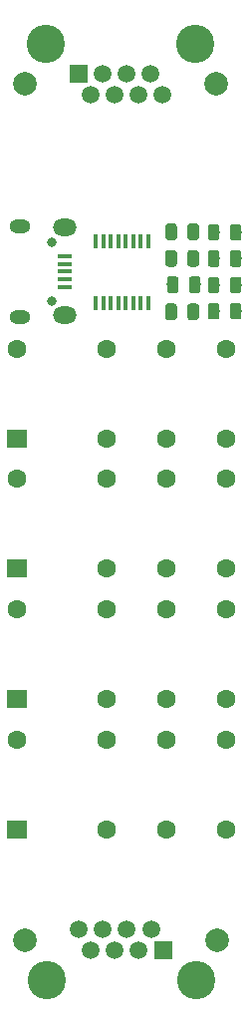
<source format=gts>
G04 #@! TF.GenerationSoftware,KiCad,Pcbnew,(5.1.4)-1*
G04 #@! TF.CreationDate,2020-09-12T21:49:09-05:00*
G04 #@! TF.ProjectId,NetworkBreaker,4e657477-6f72-46b4-9272-65616b65722e,rev?*
G04 #@! TF.SameCoordinates,Original*
G04 #@! TF.FileFunction,Soldermask,Top*
G04 #@! TF.FilePolarity,Negative*
%FSLAX46Y46*%
G04 Gerber Fmt 4.6, Leading zero omitted, Abs format (unit mm)*
G04 Created by KiCad (PCBNEW (5.1.4)-1) date 2020-09-12 21:49:09*
%MOMM*%
%LPD*%
G04 APERTURE LIST*
%ADD10C,0.150000*%
%ADD11C,0.975000*%
%ADD12C,1.600000*%
%ADD13R,1.800000X1.600000*%
%ADD14R,0.400000X1.200000*%
%ADD15O,0.800000X0.800000*%
%ADD16O,1.800000X1.150000*%
%ADD17O,2.000000X1.450000*%
%ADD18R,1.300000X0.450000*%
%ADD19C,2.000000*%
%ADD20C,3.250000*%
%ADD21C,1.500000*%
%ADD22R,1.500000X1.500000*%
G04 APERTURE END LIST*
D10*
G36*
X216755142Y-79191174D02*
G01*
X216778803Y-79194684D01*
X216802007Y-79200496D01*
X216824529Y-79208554D01*
X216846153Y-79218782D01*
X216866670Y-79231079D01*
X216885883Y-79245329D01*
X216903607Y-79261393D01*
X216919671Y-79279117D01*
X216933921Y-79298330D01*
X216946218Y-79318847D01*
X216956446Y-79340471D01*
X216964504Y-79362993D01*
X216970316Y-79386197D01*
X216973826Y-79409858D01*
X216975000Y-79433750D01*
X216975000Y-80346250D01*
X216973826Y-80370142D01*
X216970316Y-80393803D01*
X216964504Y-80417007D01*
X216956446Y-80439529D01*
X216946218Y-80461153D01*
X216933921Y-80481670D01*
X216919671Y-80500883D01*
X216903607Y-80518607D01*
X216885883Y-80534671D01*
X216866670Y-80548921D01*
X216846153Y-80561218D01*
X216824529Y-80571446D01*
X216802007Y-80579504D01*
X216778803Y-80585316D01*
X216755142Y-80588826D01*
X216731250Y-80590000D01*
X216243750Y-80590000D01*
X216219858Y-80588826D01*
X216196197Y-80585316D01*
X216172993Y-80579504D01*
X216150471Y-80571446D01*
X216128847Y-80561218D01*
X216108330Y-80548921D01*
X216089117Y-80534671D01*
X216071393Y-80518607D01*
X216055329Y-80500883D01*
X216041079Y-80481670D01*
X216028782Y-80461153D01*
X216018554Y-80439529D01*
X216010496Y-80417007D01*
X216004684Y-80393803D01*
X216001174Y-80370142D01*
X216000000Y-80346250D01*
X216000000Y-79433750D01*
X216001174Y-79409858D01*
X216004684Y-79386197D01*
X216010496Y-79362993D01*
X216018554Y-79340471D01*
X216028782Y-79318847D01*
X216041079Y-79298330D01*
X216055329Y-79279117D01*
X216071393Y-79261393D01*
X216089117Y-79245329D01*
X216108330Y-79231079D01*
X216128847Y-79218782D01*
X216150471Y-79208554D01*
X216172993Y-79200496D01*
X216196197Y-79194684D01*
X216219858Y-79191174D01*
X216243750Y-79190000D01*
X216731250Y-79190000D01*
X216755142Y-79191174D01*
X216755142Y-79191174D01*
G37*
D11*
X216487500Y-79890000D03*
D10*
G36*
X214880142Y-79191174D02*
G01*
X214903803Y-79194684D01*
X214927007Y-79200496D01*
X214949529Y-79208554D01*
X214971153Y-79218782D01*
X214991670Y-79231079D01*
X215010883Y-79245329D01*
X215028607Y-79261393D01*
X215044671Y-79279117D01*
X215058921Y-79298330D01*
X215071218Y-79318847D01*
X215081446Y-79340471D01*
X215089504Y-79362993D01*
X215095316Y-79386197D01*
X215098826Y-79409858D01*
X215100000Y-79433750D01*
X215100000Y-80346250D01*
X215098826Y-80370142D01*
X215095316Y-80393803D01*
X215089504Y-80417007D01*
X215081446Y-80439529D01*
X215071218Y-80461153D01*
X215058921Y-80481670D01*
X215044671Y-80500883D01*
X215028607Y-80518607D01*
X215010883Y-80534671D01*
X214991670Y-80548921D01*
X214971153Y-80561218D01*
X214949529Y-80571446D01*
X214927007Y-80579504D01*
X214903803Y-80585316D01*
X214880142Y-80588826D01*
X214856250Y-80590000D01*
X214368750Y-80590000D01*
X214344858Y-80588826D01*
X214321197Y-80585316D01*
X214297993Y-80579504D01*
X214275471Y-80571446D01*
X214253847Y-80561218D01*
X214233330Y-80548921D01*
X214214117Y-80534671D01*
X214196393Y-80518607D01*
X214180329Y-80500883D01*
X214166079Y-80481670D01*
X214153782Y-80461153D01*
X214143554Y-80439529D01*
X214135496Y-80417007D01*
X214129684Y-80393803D01*
X214126174Y-80370142D01*
X214125000Y-80346250D01*
X214125000Y-79433750D01*
X214126174Y-79409858D01*
X214129684Y-79386197D01*
X214135496Y-79362993D01*
X214143554Y-79340471D01*
X214153782Y-79318847D01*
X214166079Y-79298330D01*
X214180329Y-79279117D01*
X214196393Y-79261393D01*
X214214117Y-79245329D01*
X214233330Y-79231079D01*
X214253847Y-79218782D01*
X214275471Y-79208554D01*
X214297993Y-79200496D01*
X214321197Y-79194684D01*
X214344858Y-79191174D01*
X214368750Y-79190000D01*
X214856250Y-79190000D01*
X214880142Y-79191174D01*
X214880142Y-79191174D01*
G37*
D11*
X214612500Y-79890000D03*
D10*
G36*
X216615142Y-81496174D02*
G01*
X216638803Y-81499684D01*
X216662007Y-81505496D01*
X216684529Y-81513554D01*
X216706153Y-81523782D01*
X216726670Y-81536079D01*
X216745883Y-81550329D01*
X216763607Y-81566393D01*
X216779671Y-81584117D01*
X216793921Y-81603330D01*
X216806218Y-81623847D01*
X216816446Y-81645471D01*
X216824504Y-81667993D01*
X216830316Y-81691197D01*
X216833826Y-81714858D01*
X216835000Y-81738750D01*
X216835000Y-82651250D01*
X216833826Y-82675142D01*
X216830316Y-82698803D01*
X216824504Y-82722007D01*
X216816446Y-82744529D01*
X216806218Y-82766153D01*
X216793921Y-82786670D01*
X216779671Y-82805883D01*
X216763607Y-82823607D01*
X216745883Y-82839671D01*
X216726670Y-82853921D01*
X216706153Y-82866218D01*
X216684529Y-82876446D01*
X216662007Y-82884504D01*
X216638803Y-82890316D01*
X216615142Y-82893826D01*
X216591250Y-82895000D01*
X216103750Y-82895000D01*
X216079858Y-82893826D01*
X216056197Y-82890316D01*
X216032993Y-82884504D01*
X216010471Y-82876446D01*
X215988847Y-82866218D01*
X215968330Y-82853921D01*
X215949117Y-82839671D01*
X215931393Y-82823607D01*
X215915329Y-82805883D01*
X215901079Y-82786670D01*
X215888782Y-82766153D01*
X215878554Y-82744529D01*
X215870496Y-82722007D01*
X215864684Y-82698803D01*
X215861174Y-82675142D01*
X215860000Y-82651250D01*
X215860000Y-81738750D01*
X215861174Y-81714858D01*
X215864684Y-81691197D01*
X215870496Y-81667993D01*
X215878554Y-81645471D01*
X215888782Y-81623847D01*
X215901079Y-81603330D01*
X215915329Y-81584117D01*
X215931393Y-81566393D01*
X215949117Y-81550329D01*
X215968330Y-81536079D01*
X215988847Y-81523782D01*
X216010471Y-81513554D01*
X216032993Y-81505496D01*
X216056197Y-81499684D01*
X216079858Y-81496174D01*
X216103750Y-81495000D01*
X216591250Y-81495000D01*
X216615142Y-81496174D01*
X216615142Y-81496174D01*
G37*
D11*
X216347500Y-82195000D03*
D10*
G36*
X214740142Y-81496174D02*
G01*
X214763803Y-81499684D01*
X214787007Y-81505496D01*
X214809529Y-81513554D01*
X214831153Y-81523782D01*
X214851670Y-81536079D01*
X214870883Y-81550329D01*
X214888607Y-81566393D01*
X214904671Y-81584117D01*
X214918921Y-81603330D01*
X214931218Y-81623847D01*
X214941446Y-81645471D01*
X214949504Y-81667993D01*
X214955316Y-81691197D01*
X214958826Y-81714858D01*
X214960000Y-81738750D01*
X214960000Y-82651250D01*
X214958826Y-82675142D01*
X214955316Y-82698803D01*
X214949504Y-82722007D01*
X214941446Y-82744529D01*
X214931218Y-82766153D01*
X214918921Y-82786670D01*
X214904671Y-82805883D01*
X214888607Y-82823607D01*
X214870883Y-82839671D01*
X214851670Y-82853921D01*
X214831153Y-82866218D01*
X214809529Y-82876446D01*
X214787007Y-82884504D01*
X214763803Y-82890316D01*
X214740142Y-82893826D01*
X214716250Y-82895000D01*
X214228750Y-82895000D01*
X214204858Y-82893826D01*
X214181197Y-82890316D01*
X214157993Y-82884504D01*
X214135471Y-82876446D01*
X214113847Y-82866218D01*
X214093330Y-82853921D01*
X214074117Y-82839671D01*
X214056393Y-82823607D01*
X214040329Y-82805883D01*
X214026079Y-82786670D01*
X214013782Y-82766153D01*
X214003554Y-82744529D01*
X213995496Y-82722007D01*
X213989684Y-82698803D01*
X213986174Y-82675142D01*
X213985000Y-82651250D01*
X213985000Y-81738750D01*
X213986174Y-81714858D01*
X213989684Y-81691197D01*
X213995496Y-81667993D01*
X214003554Y-81645471D01*
X214013782Y-81623847D01*
X214026079Y-81603330D01*
X214040329Y-81584117D01*
X214056393Y-81566393D01*
X214074117Y-81550329D01*
X214093330Y-81536079D01*
X214113847Y-81523782D01*
X214135471Y-81513554D01*
X214157993Y-81505496D01*
X214181197Y-81499684D01*
X214204858Y-81496174D01*
X214228750Y-81495000D01*
X214716250Y-81495000D01*
X214740142Y-81496174D01*
X214740142Y-81496174D01*
G37*
D11*
X214472500Y-82195000D03*
D10*
G36*
X216615142Y-76969507D02*
G01*
X216638803Y-76973017D01*
X216662007Y-76978829D01*
X216684529Y-76986887D01*
X216706153Y-76997115D01*
X216726670Y-77009412D01*
X216745883Y-77023662D01*
X216763607Y-77039726D01*
X216779671Y-77057450D01*
X216793921Y-77076663D01*
X216806218Y-77097180D01*
X216816446Y-77118804D01*
X216824504Y-77141326D01*
X216830316Y-77164530D01*
X216833826Y-77188191D01*
X216835000Y-77212083D01*
X216835000Y-78124583D01*
X216833826Y-78148475D01*
X216830316Y-78172136D01*
X216824504Y-78195340D01*
X216816446Y-78217862D01*
X216806218Y-78239486D01*
X216793921Y-78260003D01*
X216779671Y-78279216D01*
X216763607Y-78296940D01*
X216745883Y-78313004D01*
X216726670Y-78327254D01*
X216706153Y-78339551D01*
X216684529Y-78349779D01*
X216662007Y-78357837D01*
X216638803Y-78363649D01*
X216615142Y-78367159D01*
X216591250Y-78368333D01*
X216103750Y-78368333D01*
X216079858Y-78367159D01*
X216056197Y-78363649D01*
X216032993Y-78357837D01*
X216010471Y-78349779D01*
X215988847Y-78339551D01*
X215968330Y-78327254D01*
X215949117Y-78313004D01*
X215931393Y-78296940D01*
X215915329Y-78279216D01*
X215901079Y-78260003D01*
X215888782Y-78239486D01*
X215878554Y-78217862D01*
X215870496Y-78195340D01*
X215864684Y-78172136D01*
X215861174Y-78148475D01*
X215860000Y-78124583D01*
X215860000Y-77212083D01*
X215861174Y-77188191D01*
X215864684Y-77164530D01*
X215870496Y-77141326D01*
X215878554Y-77118804D01*
X215888782Y-77097180D01*
X215901079Y-77076663D01*
X215915329Y-77057450D01*
X215931393Y-77039726D01*
X215949117Y-77023662D01*
X215968330Y-77009412D01*
X215988847Y-76997115D01*
X216010471Y-76986887D01*
X216032993Y-76978829D01*
X216056197Y-76973017D01*
X216079858Y-76969507D01*
X216103750Y-76968333D01*
X216591250Y-76968333D01*
X216615142Y-76969507D01*
X216615142Y-76969507D01*
G37*
D11*
X216347500Y-77668333D03*
D10*
G36*
X214740142Y-76969507D02*
G01*
X214763803Y-76973017D01*
X214787007Y-76978829D01*
X214809529Y-76986887D01*
X214831153Y-76997115D01*
X214851670Y-77009412D01*
X214870883Y-77023662D01*
X214888607Y-77039726D01*
X214904671Y-77057450D01*
X214918921Y-77076663D01*
X214931218Y-77097180D01*
X214941446Y-77118804D01*
X214949504Y-77141326D01*
X214955316Y-77164530D01*
X214958826Y-77188191D01*
X214960000Y-77212083D01*
X214960000Y-78124583D01*
X214958826Y-78148475D01*
X214955316Y-78172136D01*
X214949504Y-78195340D01*
X214941446Y-78217862D01*
X214931218Y-78239486D01*
X214918921Y-78260003D01*
X214904671Y-78279216D01*
X214888607Y-78296940D01*
X214870883Y-78313004D01*
X214851670Y-78327254D01*
X214831153Y-78339551D01*
X214809529Y-78349779D01*
X214787007Y-78357837D01*
X214763803Y-78363649D01*
X214740142Y-78367159D01*
X214716250Y-78368333D01*
X214228750Y-78368333D01*
X214204858Y-78367159D01*
X214181197Y-78363649D01*
X214157993Y-78357837D01*
X214135471Y-78349779D01*
X214113847Y-78339551D01*
X214093330Y-78327254D01*
X214074117Y-78313004D01*
X214056393Y-78296940D01*
X214040329Y-78279216D01*
X214026079Y-78260003D01*
X214013782Y-78239486D01*
X214003554Y-78217862D01*
X213995496Y-78195340D01*
X213989684Y-78172136D01*
X213986174Y-78148475D01*
X213985000Y-78124583D01*
X213985000Y-77212083D01*
X213986174Y-77188191D01*
X213989684Y-77164530D01*
X213995496Y-77141326D01*
X214003554Y-77118804D01*
X214013782Y-77097180D01*
X214026079Y-77076663D01*
X214040329Y-77057450D01*
X214056393Y-77039726D01*
X214074117Y-77023662D01*
X214093330Y-77009412D01*
X214113847Y-76997115D01*
X214135471Y-76986887D01*
X214157993Y-76978829D01*
X214181197Y-76973017D01*
X214204858Y-76969507D01*
X214228750Y-76968333D01*
X214716250Y-76968333D01*
X214740142Y-76969507D01*
X214740142Y-76969507D01*
G37*
D11*
X214472500Y-77668333D03*
D10*
G36*
X216615142Y-74706174D02*
G01*
X216638803Y-74709684D01*
X216662007Y-74715496D01*
X216684529Y-74723554D01*
X216706153Y-74733782D01*
X216726670Y-74746079D01*
X216745883Y-74760329D01*
X216763607Y-74776393D01*
X216779671Y-74794117D01*
X216793921Y-74813330D01*
X216806218Y-74833847D01*
X216816446Y-74855471D01*
X216824504Y-74877993D01*
X216830316Y-74901197D01*
X216833826Y-74924858D01*
X216835000Y-74948750D01*
X216835000Y-75861250D01*
X216833826Y-75885142D01*
X216830316Y-75908803D01*
X216824504Y-75932007D01*
X216816446Y-75954529D01*
X216806218Y-75976153D01*
X216793921Y-75996670D01*
X216779671Y-76015883D01*
X216763607Y-76033607D01*
X216745883Y-76049671D01*
X216726670Y-76063921D01*
X216706153Y-76076218D01*
X216684529Y-76086446D01*
X216662007Y-76094504D01*
X216638803Y-76100316D01*
X216615142Y-76103826D01*
X216591250Y-76105000D01*
X216103750Y-76105000D01*
X216079858Y-76103826D01*
X216056197Y-76100316D01*
X216032993Y-76094504D01*
X216010471Y-76086446D01*
X215988847Y-76076218D01*
X215968330Y-76063921D01*
X215949117Y-76049671D01*
X215931393Y-76033607D01*
X215915329Y-76015883D01*
X215901079Y-75996670D01*
X215888782Y-75976153D01*
X215878554Y-75954529D01*
X215870496Y-75932007D01*
X215864684Y-75908803D01*
X215861174Y-75885142D01*
X215860000Y-75861250D01*
X215860000Y-74948750D01*
X215861174Y-74924858D01*
X215864684Y-74901197D01*
X215870496Y-74877993D01*
X215878554Y-74855471D01*
X215888782Y-74833847D01*
X215901079Y-74813330D01*
X215915329Y-74794117D01*
X215931393Y-74776393D01*
X215949117Y-74760329D01*
X215968330Y-74746079D01*
X215988847Y-74733782D01*
X216010471Y-74723554D01*
X216032993Y-74715496D01*
X216056197Y-74709684D01*
X216079858Y-74706174D01*
X216103750Y-74705000D01*
X216591250Y-74705000D01*
X216615142Y-74706174D01*
X216615142Y-74706174D01*
G37*
D11*
X216347500Y-75405000D03*
D10*
G36*
X214740142Y-74706174D02*
G01*
X214763803Y-74709684D01*
X214787007Y-74715496D01*
X214809529Y-74723554D01*
X214831153Y-74733782D01*
X214851670Y-74746079D01*
X214870883Y-74760329D01*
X214888607Y-74776393D01*
X214904671Y-74794117D01*
X214918921Y-74813330D01*
X214931218Y-74833847D01*
X214941446Y-74855471D01*
X214949504Y-74877993D01*
X214955316Y-74901197D01*
X214958826Y-74924858D01*
X214960000Y-74948750D01*
X214960000Y-75861250D01*
X214958826Y-75885142D01*
X214955316Y-75908803D01*
X214949504Y-75932007D01*
X214941446Y-75954529D01*
X214931218Y-75976153D01*
X214918921Y-75996670D01*
X214904671Y-76015883D01*
X214888607Y-76033607D01*
X214870883Y-76049671D01*
X214851670Y-76063921D01*
X214831153Y-76076218D01*
X214809529Y-76086446D01*
X214787007Y-76094504D01*
X214763803Y-76100316D01*
X214740142Y-76103826D01*
X214716250Y-76105000D01*
X214228750Y-76105000D01*
X214204858Y-76103826D01*
X214181197Y-76100316D01*
X214157993Y-76094504D01*
X214135471Y-76086446D01*
X214113847Y-76076218D01*
X214093330Y-76063921D01*
X214074117Y-76049671D01*
X214056393Y-76033607D01*
X214040329Y-76015883D01*
X214026079Y-75996670D01*
X214013782Y-75976153D01*
X214003554Y-75954529D01*
X213995496Y-75932007D01*
X213989684Y-75908803D01*
X213986174Y-75885142D01*
X213985000Y-75861250D01*
X213985000Y-74948750D01*
X213986174Y-74924858D01*
X213989684Y-74901197D01*
X213995496Y-74877993D01*
X214003554Y-74855471D01*
X214013782Y-74833847D01*
X214026079Y-74813330D01*
X214040329Y-74794117D01*
X214056393Y-74776393D01*
X214074117Y-74760329D01*
X214093330Y-74746079D01*
X214113847Y-74733782D01*
X214135471Y-74723554D01*
X214157993Y-74715496D01*
X214181197Y-74709684D01*
X214204858Y-74706174D01*
X214228750Y-74705000D01*
X214716250Y-74705000D01*
X214740142Y-74706174D01*
X214740142Y-74706174D01*
G37*
D11*
X214472500Y-75405000D03*
D12*
X214030000Y-92940000D03*
X219110000Y-92940000D03*
X208950000Y-92940000D03*
X201330000Y-85320000D03*
D13*
X201330000Y-92940000D03*
D12*
X219110000Y-85320000D03*
X214030000Y-85320000D03*
X208950000Y-85320000D03*
X214030000Y-104020000D03*
X219110000Y-104020000D03*
X208950000Y-104020000D03*
X201330000Y-96400000D03*
D13*
X201330000Y-104020000D03*
D12*
X219110000Y-96400000D03*
X214030000Y-96400000D03*
X208950000Y-96400000D03*
X214030000Y-115100000D03*
X219110000Y-115100000D03*
X208950000Y-115100000D03*
X201330000Y-107480000D03*
D13*
X201330000Y-115100000D03*
D12*
X219110000Y-107480000D03*
X214030000Y-107480000D03*
X208950000Y-107480000D03*
X214030000Y-126180000D03*
X219110000Y-126180000D03*
X208950000Y-126180000D03*
X201330000Y-118560000D03*
D13*
X201330000Y-126180000D03*
D12*
X219110000Y-118560000D03*
X214030000Y-118560000D03*
X208950000Y-118560000D03*
D10*
G36*
X220235142Y-81451174D02*
G01*
X220258803Y-81454684D01*
X220282007Y-81460496D01*
X220304529Y-81468554D01*
X220326153Y-81478782D01*
X220346670Y-81491079D01*
X220365883Y-81505329D01*
X220383607Y-81521393D01*
X220399671Y-81539117D01*
X220413921Y-81558330D01*
X220426218Y-81578847D01*
X220436446Y-81600471D01*
X220444504Y-81622993D01*
X220450316Y-81646197D01*
X220453826Y-81669858D01*
X220455000Y-81693750D01*
X220455000Y-82606250D01*
X220453826Y-82630142D01*
X220450316Y-82653803D01*
X220444504Y-82677007D01*
X220436446Y-82699529D01*
X220426218Y-82721153D01*
X220413921Y-82741670D01*
X220399671Y-82760883D01*
X220383607Y-82778607D01*
X220365883Y-82794671D01*
X220346670Y-82808921D01*
X220326153Y-82821218D01*
X220304529Y-82831446D01*
X220282007Y-82839504D01*
X220258803Y-82845316D01*
X220235142Y-82848826D01*
X220211250Y-82850000D01*
X219723750Y-82850000D01*
X219699858Y-82848826D01*
X219676197Y-82845316D01*
X219652993Y-82839504D01*
X219630471Y-82831446D01*
X219608847Y-82821218D01*
X219588330Y-82808921D01*
X219569117Y-82794671D01*
X219551393Y-82778607D01*
X219535329Y-82760883D01*
X219521079Y-82741670D01*
X219508782Y-82721153D01*
X219498554Y-82699529D01*
X219490496Y-82677007D01*
X219484684Y-82653803D01*
X219481174Y-82630142D01*
X219480000Y-82606250D01*
X219480000Y-81693750D01*
X219481174Y-81669858D01*
X219484684Y-81646197D01*
X219490496Y-81622993D01*
X219498554Y-81600471D01*
X219508782Y-81578847D01*
X219521079Y-81558330D01*
X219535329Y-81539117D01*
X219551393Y-81521393D01*
X219569117Y-81505329D01*
X219588330Y-81491079D01*
X219608847Y-81478782D01*
X219630471Y-81468554D01*
X219652993Y-81460496D01*
X219676197Y-81454684D01*
X219699858Y-81451174D01*
X219723750Y-81450000D01*
X220211250Y-81450000D01*
X220235142Y-81451174D01*
X220235142Y-81451174D01*
G37*
D11*
X219967500Y-82150000D03*
D10*
G36*
X218360142Y-81451174D02*
G01*
X218383803Y-81454684D01*
X218407007Y-81460496D01*
X218429529Y-81468554D01*
X218451153Y-81478782D01*
X218471670Y-81491079D01*
X218490883Y-81505329D01*
X218508607Y-81521393D01*
X218524671Y-81539117D01*
X218538921Y-81558330D01*
X218551218Y-81578847D01*
X218561446Y-81600471D01*
X218569504Y-81622993D01*
X218575316Y-81646197D01*
X218578826Y-81669858D01*
X218580000Y-81693750D01*
X218580000Y-82606250D01*
X218578826Y-82630142D01*
X218575316Y-82653803D01*
X218569504Y-82677007D01*
X218561446Y-82699529D01*
X218551218Y-82721153D01*
X218538921Y-82741670D01*
X218524671Y-82760883D01*
X218508607Y-82778607D01*
X218490883Y-82794671D01*
X218471670Y-82808921D01*
X218451153Y-82821218D01*
X218429529Y-82831446D01*
X218407007Y-82839504D01*
X218383803Y-82845316D01*
X218360142Y-82848826D01*
X218336250Y-82850000D01*
X217848750Y-82850000D01*
X217824858Y-82848826D01*
X217801197Y-82845316D01*
X217777993Y-82839504D01*
X217755471Y-82831446D01*
X217733847Y-82821218D01*
X217713330Y-82808921D01*
X217694117Y-82794671D01*
X217676393Y-82778607D01*
X217660329Y-82760883D01*
X217646079Y-82741670D01*
X217633782Y-82721153D01*
X217623554Y-82699529D01*
X217615496Y-82677007D01*
X217609684Y-82653803D01*
X217606174Y-82630142D01*
X217605000Y-82606250D01*
X217605000Y-81693750D01*
X217606174Y-81669858D01*
X217609684Y-81646197D01*
X217615496Y-81622993D01*
X217623554Y-81600471D01*
X217633782Y-81578847D01*
X217646079Y-81558330D01*
X217660329Y-81539117D01*
X217676393Y-81521393D01*
X217694117Y-81505329D01*
X217713330Y-81491079D01*
X217733847Y-81478782D01*
X217755471Y-81468554D01*
X217777993Y-81460496D01*
X217801197Y-81454684D01*
X217824858Y-81451174D01*
X217848750Y-81450000D01*
X218336250Y-81450000D01*
X218360142Y-81451174D01*
X218360142Y-81451174D01*
G37*
D11*
X218092500Y-82150000D03*
D10*
G36*
X220235142Y-79217840D02*
G01*
X220258803Y-79221350D01*
X220282007Y-79227162D01*
X220304529Y-79235220D01*
X220326153Y-79245448D01*
X220346670Y-79257745D01*
X220365883Y-79271995D01*
X220383607Y-79288059D01*
X220399671Y-79305783D01*
X220413921Y-79324996D01*
X220426218Y-79345513D01*
X220436446Y-79367137D01*
X220444504Y-79389659D01*
X220450316Y-79412863D01*
X220453826Y-79436524D01*
X220455000Y-79460416D01*
X220455000Y-80372916D01*
X220453826Y-80396808D01*
X220450316Y-80420469D01*
X220444504Y-80443673D01*
X220436446Y-80466195D01*
X220426218Y-80487819D01*
X220413921Y-80508336D01*
X220399671Y-80527549D01*
X220383607Y-80545273D01*
X220365883Y-80561337D01*
X220346670Y-80575587D01*
X220326153Y-80587884D01*
X220304529Y-80598112D01*
X220282007Y-80606170D01*
X220258803Y-80611982D01*
X220235142Y-80615492D01*
X220211250Y-80616666D01*
X219723750Y-80616666D01*
X219699858Y-80615492D01*
X219676197Y-80611982D01*
X219652993Y-80606170D01*
X219630471Y-80598112D01*
X219608847Y-80587884D01*
X219588330Y-80575587D01*
X219569117Y-80561337D01*
X219551393Y-80545273D01*
X219535329Y-80527549D01*
X219521079Y-80508336D01*
X219508782Y-80487819D01*
X219498554Y-80466195D01*
X219490496Y-80443673D01*
X219484684Y-80420469D01*
X219481174Y-80396808D01*
X219480000Y-80372916D01*
X219480000Y-79460416D01*
X219481174Y-79436524D01*
X219484684Y-79412863D01*
X219490496Y-79389659D01*
X219498554Y-79367137D01*
X219508782Y-79345513D01*
X219521079Y-79324996D01*
X219535329Y-79305783D01*
X219551393Y-79288059D01*
X219569117Y-79271995D01*
X219588330Y-79257745D01*
X219608847Y-79245448D01*
X219630471Y-79235220D01*
X219652993Y-79227162D01*
X219676197Y-79221350D01*
X219699858Y-79217840D01*
X219723750Y-79216666D01*
X220211250Y-79216666D01*
X220235142Y-79217840D01*
X220235142Y-79217840D01*
G37*
D11*
X219967500Y-79916666D03*
D10*
G36*
X218360142Y-79217840D02*
G01*
X218383803Y-79221350D01*
X218407007Y-79227162D01*
X218429529Y-79235220D01*
X218451153Y-79245448D01*
X218471670Y-79257745D01*
X218490883Y-79271995D01*
X218508607Y-79288059D01*
X218524671Y-79305783D01*
X218538921Y-79324996D01*
X218551218Y-79345513D01*
X218561446Y-79367137D01*
X218569504Y-79389659D01*
X218575316Y-79412863D01*
X218578826Y-79436524D01*
X218580000Y-79460416D01*
X218580000Y-80372916D01*
X218578826Y-80396808D01*
X218575316Y-80420469D01*
X218569504Y-80443673D01*
X218561446Y-80466195D01*
X218551218Y-80487819D01*
X218538921Y-80508336D01*
X218524671Y-80527549D01*
X218508607Y-80545273D01*
X218490883Y-80561337D01*
X218471670Y-80575587D01*
X218451153Y-80587884D01*
X218429529Y-80598112D01*
X218407007Y-80606170D01*
X218383803Y-80611982D01*
X218360142Y-80615492D01*
X218336250Y-80616666D01*
X217848750Y-80616666D01*
X217824858Y-80615492D01*
X217801197Y-80611982D01*
X217777993Y-80606170D01*
X217755471Y-80598112D01*
X217733847Y-80587884D01*
X217713330Y-80575587D01*
X217694117Y-80561337D01*
X217676393Y-80545273D01*
X217660329Y-80527549D01*
X217646079Y-80508336D01*
X217633782Y-80487819D01*
X217623554Y-80466195D01*
X217615496Y-80443673D01*
X217609684Y-80420469D01*
X217606174Y-80396808D01*
X217605000Y-80372916D01*
X217605000Y-79460416D01*
X217606174Y-79436524D01*
X217609684Y-79412863D01*
X217615496Y-79389659D01*
X217623554Y-79367137D01*
X217633782Y-79345513D01*
X217646079Y-79324996D01*
X217660329Y-79305783D01*
X217676393Y-79288059D01*
X217694117Y-79271995D01*
X217713330Y-79257745D01*
X217733847Y-79245448D01*
X217755471Y-79235220D01*
X217777993Y-79227162D01*
X217801197Y-79221350D01*
X217824858Y-79217840D01*
X217848750Y-79216666D01*
X218336250Y-79216666D01*
X218360142Y-79217840D01*
X218360142Y-79217840D01*
G37*
D11*
X218092500Y-79916666D03*
D10*
G36*
X220235142Y-76984507D02*
G01*
X220258803Y-76988017D01*
X220282007Y-76993829D01*
X220304529Y-77001887D01*
X220326153Y-77012115D01*
X220346670Y-77024412D01*
X220365883Y-77038662D01*
X220383607Y-77054726D01*
X220399671Y-77072450D01*
X220413921Y-77091663D01*
X220426218Y-77112180D01*
X220436446Y-77133804D01*
X220444504Y-77156326D01*
X220450316Y-77179530D01*
X220453826Y-77203191D01*
X220455000Y-77227083D01*
X220455000Y-78139583D01*
X220453826Y-78163475D01*
X220450316Y-78187136D01*
X220444504Y-78210340D01*
X220436446Y-78232862D01*
X220426218Y-78254486D01*
X220413921Y-78275003D01*
X220399671Y-78294216D01*
X220383607Y-78311940D01*
X220365883Y-78328004D01*
X220346670Y-78342254D01*
X220326153Y-78354551D01*
X220304529Y-78364779D01*
X220282007Y-78372837D01*
X220258803Y-78378649D01*
X220235142Y-78382159D01*
X220211250Y-78383333D01*
X219723750Y-78383333D01*
X219699858Y-78382159D01*
X219676197Y-78378649D01*
X219652993Y-78372837D01*
X219630471Y-78364779D01*
X219608847Y-78354551D01*
X219588330Y-78342254D01*
X219569117Y-78328004D01*
X219551393Y-78311940D01*
X219535329Y-78294216D01*
X219521079Y-78275003D01*
X219508782Y-78254486D01*
X219498554Y-78232862D01*
X219490496Y-78210340D01*
X219484684Y-78187136D01*
X219481174Y-78163475D01*
X219480000Y-78139583D01*
X219480000Y-77227083D01*
X219481174Y-77203191D01*
X219484684Y-77179530D01*
X219490496Y-77156326D01*
X219498554Y-77133804D01*
X219508782Y-77112180D01*
X219521079Y-77091663D01*
X219535329Y-77072450D01*
X219551393Y-77054726D01*
X219569117Y-77038662D01*
X219588330Y-77024412D01*
X219608847Y-77012115D01*
X219630471Y-77001887D01*
X219652993Y-76993829D01*
X219676197Y-76988017D01*
X219699858Y-76984507D01*
X219723750Y-76983333D01*
X220211250Y-76983333D01*
X220235142Y-76984507D01*
X220235142Y-76984507D01*
G37*
D11*
X219967500Y-77683333D03*
D10*
G36*
X218360142Y-76984507D02*
G01*
X218383803Y-76988017D01*
X218407007Y-76993829D01*
X218429529Y-77001887D01*
X218451153Y-77012115D01*
X218471670Y-77024412D01*
X218490883Y-77038662D01*
X218508607Y-77054726D01*
X218524671Y-77072450D01*
X218538921Y-77091663D01*
X218551218Y-77112180D01*
X218561446Y-77133804D01*
X218569504Y-77156326D01*
X218575316Y-77179530D01*
X218578826Y-77203191D01*
X218580000Y-77227083D01*
X218580000Y-78139583D01*
X218578826Y-78163475D01*
X218575316Y-78187136D01*
X218569504Y-78210340D01*
X218561446Y-78232862D01*
X218551218Y-78254486D01*
X218538921Y-78275003D01*
X218524671Y-78294216D01*
X218508607Y-78311940D01*
X218490883Y-78328004D01*
X218471670Y-78342254D01*
X218451153Y-78354551D01*
X218429529Y-78364779D01*
X218407007Y-78372837D01*
X218383803Y-78378649D01*
X218360142Y-78382159D01*
X218336250Y-78383333D01*
X217848750Y-78383333D01*
X217824858Y-78382159D01*
X217801197Y-78378649D01*
X217777993Y-78372837D01*
X217755471Y-78364779D01*
X217733847Y-78354551D01*
X217713330Y-78342254D01*
X217694117Y-78328004D01*
X217676393Y-78311940D01*
X217660329Y-78294216D01*
X217646079Y-78275003D01*
X217633782Y-78254486D01*
X217623554Y-78232862D01*
X217615496Y-78210340D01*
X217609684Y-78187136D01*
X217606174Y-78163475D01*
X217605000Y-78139583D01*
X217605000Y-77227083D01*
X217606174Y-77203191D01*
X217609684Y-77179530D01*
X217615496Y-77156326D01*
X217623554Y-77133804D01*
X217633782Y-77112180D01*
X217646079Y-77091663D01*
X217660329Y-77072450D01*
X217676393Y-77054726D01*
X217694117Y-77038662D01*
X217713330Y-77024412D01*
X217733847Y-77012115D01*
X217755471Y-77001887D01*
X217777993Y-76993829D01*
X217801197Y-76988017D01*
X217824858Y-76984507D01*
X217848750Y-76983333D01*
X218336250Y-76983333D01*
X218360142Y-76984507D01*
X218360142Y-76984507D01*
G37*
D11*
X218092500Y-77683333D03*
D10*
G36*
X220235142Y-74751174D02*
G01*
X220258803Y-74754684D01*
X220282007Y-74760496D01*
X220304529Y-74768554D01*
X220326153Y-74778782D01*
X220346670Y-74791079D01*
X220365883Y-74805329D01*
X220383607Y-74821393D01*
X220399671Y-74839117D01*
X220413921Y-74858330D01*
X220426218Y-74878847D01*
X220436446Y-74900471D01*
X220444504Y-74922993D01*
X220450316Y-74946197D01*
X220453826Y-74969858D01*
X220455000Y-74993750D01*
X220455000Y-75906250D01*
X220453826Y-75930142D01*
X220450316Y-75953803D01*
X220444504Y-75977007D01*
X220436446Y-75999529D01*
X220426218Y-76021153D01*
X220413921Y-76041670D01*
X220399671Y-76060883D01*
X220383607Y-76078607D01*
X220365883Y-76094671D01*
X220346670Y-76108921D01*
X220326153Y-76121218D01*
X220304529Y-76131446D01*
X220282007Y-76139504D01*
X220258803Y-76145316D01*
X220235142Y-76148826D01*
X220211250Y-76150000D01*
X219723750Y-76150000D01*
X219699858Y-76148826D01*
X219676197Y-76145316D01*
X219652993Y-76139504D01*
X219630471Y-76131446D01*
X219608847Y-76121218D01*
X219588330Y-76108921D01*
X219569117Y-76094671D01*
X219551393Y-76078607D01*
X219535329Y-76060883D01*
X219521079Y-76041670D01*
X219508782Y-76021153D01*
X219498554Y-75999529D01*
X219490496Y-75977007D01*
X219484684Y-75953803D01*
X219481174Y-75930142D01*
X219480000Y-75906250D01*
X219480000Y-74993750D01*
X219481174Y-74969858D01*
X219484684Y-74946197D01*
X219490496Y-74922993D01*
X219498554Y-74900471D01*
X219508782Y-74878847D01*
X219521079Y-74858330D01*
X219535329Y-74839117D01*
X219551393Y-74821393D01*
X219569117Y-74805329D01*
X219588330Y-74791079D01*
X219608847Y-74778782D01*
X219630471Y-74768554D01*
X219652993Y-74760496D01*
X219676197Y-74754684D01*
X219699858Y-74751174D01*
X219723750Y-74750000D01*
X220211250Y-74750000D01*
X220235142Y-74751174D01*
X220235142Y-74751174D01*
G37*
D11*
X219967500Y-75450000D03*
D10*
G36*
X218360142Y-74751174D02*
G01*
X218383803Y-74754684D01*
X218407007Y-74760496D01*
X218429529Y-74768554D01*
X218451153Y-74778782D01*
X218471670Y-74791079D01*
X218490883Y-74805329D01*
X218508607Y-74821393D01*
X218524671Y-74839117D01*
X218538921Y-74858330D01*
X218551218Y-74878847D01*
X218561446Y-74900471D01*
X218569504Y-74922993D01*
X218575316Y-74946197D01*
X218578826Y-74969858D01*
X218580000Y-74993750D01*
X218580000Y-75906250D01*
X218578826Y-75930142D01*
X218575316Y-75953803D01*
X218569504Y-75977007D01*
X218561446Y-75999529D01*
X218551218Y-76021153D01*
X218538921Y-76041670D01*
X218524671Y-76060883D01*
X218508607Y-76078607D01*
X218490883Y-76094671D01*
X218471670Y-76108921D01*
X218451153Y-76121218D01*
X218429529Y-76131446D01*
X218407007Y-76139504D01*
X218383803Y-76145316D01*
X218360142Y-76148826D01*
X218336250Y-76150000D01*
X217848750Y-76150000D01*
X217824858Y-76148826D01*
X217801197Y-76145316D01*
X217777993Y-76139504D01*
X217755471Y-76131446D01*
X217733847Y-76121218D01*
X217713330Y-76108921D01*
X217694117Y-76094671D01*
X217676393Y-76078607D01*
X217660329Y-76060883D01*
X217646079Y-76041670D01*
X217633782Y-76021153D01*
X217623554Y-75999529D01*
X217615496Y-75977007D01*
X217609684Y-75953803D01*
X217606174Y-75930142D01*
X217605000Y-75906250D01*
X217605000Y-74993750D01*
X217606174Y-74969858D01*
X217609684Y-74946197D01*
X217615496Y-74922993D01*
X217623554Y-74900471D01*
X217633782Y-74878847D01*
X217646079Y-74858330D01*
X217660329Y-74839117D01*
X217676393Y-74821393D01*
X217694117Y-74805329D01*
X217713330Y-74791079D01*
X217733847Y-74778782D01*
X217755471Y-74768554D01*
X217777993Y-74760496D01*
X217801197Y-74754684D01*
X217824858Y-74751174D01*
X217848750Y-74750000D01*
X218336250Y-74750000D01*
X218360142Y-74751174D01*
X218360142Y-74751174D01*
G37*
D11*
X218092500Y-75450000D03*
D14*
X212534900Y-81429200D03*
X211899900Y-81429200D03*
X211264900Y-81429200D03*
X210629900Y-81429200D03*
X209994900Y-81429200D03*
X209359900Y-81429200D03*
X208724900Y-81429200D03*
X208089900Y-81429200D03*
X208089900Y-76229200D03*
X208724900Y-76229200D03*
X209359900Y-76229200D03*
X209994900Y-76229200D03*
X210629900Y-76229200D03*
X211264900Y-76229200D03*
X211899900Y-76229200D03*
X212534900Y-76229200D03*
D15*
X204356000Y-81278400D03*
X204356000Y-76278400D03*
D16*
X201606000Y-82653400D03*
X201606000Y-74903400D03*
D17*
X205406000Y-82503400D03*
X205406000Y-75053400D03*
D18*
X205456000Y-80078400D03*
X205456000Y-79428400D03*
X205456000Y-78778400D03*
X205456000Y-78128400D03*
X205456000Y-77478400D03*
D19*
X202034000Y-62853600D03*
X218294000Y-62853600D03*
D20*
X216514000Y-59423600D03*
X203814000Y-59423600D03*
D21*
X213744000Y-63743600D03*
X211704000Y-63743600D03*
X209664000Y-63743600D03*
X207624000Y-63743600D03*
X212724000Y-61963600D03*
X210684000Y-61963600D03*
X208644000Y-61963600D03*
D22*
X206604000Y-61963600D03*
D19*
X218344800Y-135546400D03*
X202084800Y-135546400D03*
D20*
X203864800Y-138976400D03*
X216564800Y-138976400D03*
D21*
X206634800Y-134656400D03*
X208674800Y-134656400D03*
X210714800Y-134656400D03*
X212754800Y-134656400D03*
X207654800Y-136436400D03*
X209694800Y-136436400D03*
X211734800Y-136436400D03*
D22*
X213774800Y-136436400D03*
M02*

</source>
